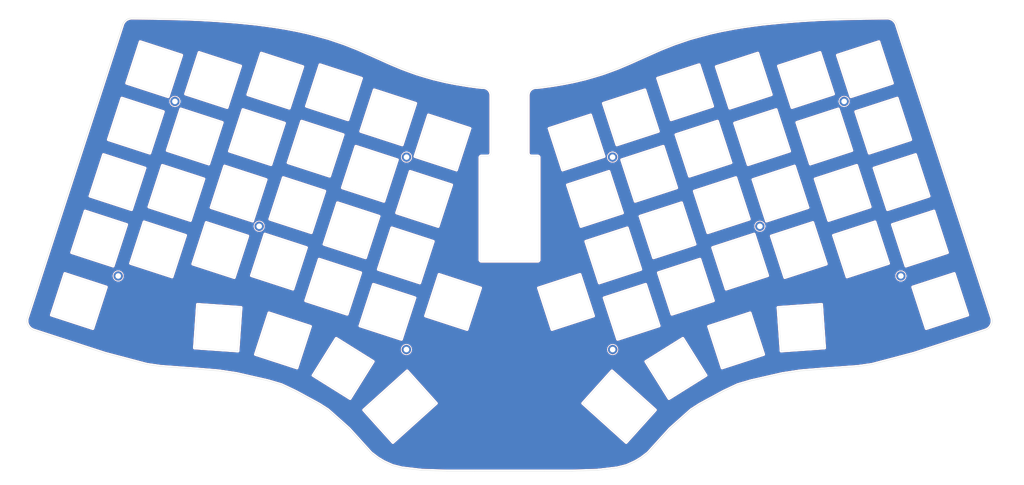
<source format=kicad_pcb>
(kicad_pcb (version 20211014) (generator pcbnew)
  (layers (0 "F.Cu" signal) (31 "B.Cu" signal) (34 "B.Paste" user) (35 "F.Paste" user) (36 "B.SilkS" user "B.Silkscreen") (37 "F.SilkS" user "F.Silkscreen") (38 "B.Mask" user) (39 "F.Mask" user) (44 "Edge.Cuts" user))
  (net 0 "")
  (footprint "" (layer "F.Cu") (at 276.673654 101.543586 18)
    (fp_text reference "" (at 0 0 18) (layer "F.SilkS") (effects (font (size 1.27 1.27))))
    (fp_text value "" (at 0 0 18) (layer "F.SilkS") (effects (font (size 1.27 1.27))))
    (pad "" thru_hole circle locked (at 0 0 90) (size 3 3) (drill 1.8) (layers *.Cu *.Mask "Dwgs.User") (clearance 0.3))
  )
  (footprint "" (layer "F.Cu") (at 231.43145 85.596597 18)
    (fp_text reference "" (at 0 0 18) (layer "F.SilkS") (effects (font (size 1.27 1.27))))
    (fp_text value "" (at 0 0 18) (layer "F.SilkS") (effects (font (size 1.27 1.27))))
    (pad "" thru_hole circle locked (at 0 0 90) (size 3 3) (drill 1.8) (layers *.Cu *.Mask "Dwgs.User") (clearance 0.3))
  )
  (footprint "" (layer "F.Cu") (at 184.158496 63.399594 18)
    (fp_text reference "" (at 0 0 18) (layer "F.SilkS") (effects (font (size 1.27 1.27))))
    (fp_text value "" (at 0 0 18) (layer "F.SilkS") (effects (font (size 1.27 1.27))))
    (pad "" thru_hole circle locked (at 0 0 90) (size 3 3) (drill 1.8) (layers *.Cu *.Mask "Dwgs.User") (clearance 0.3))
  )
  (footprint "" (layer "F.Cu") (at 184.191755 125.14905 18)
    (fp_text reference "" (at 0 0 18) (layer "F.SilkS") (effects (font (size 1.27 1.27))))
    (fp_text value "" (at 0 0 18) (layer "F.SilkS") (effects (font (size 1.27 1.27))))
    (pad "" thru_hole circle locked (at 0 0 90) (size 3 3) (drill 1.8) (layers *.Cu *.Mask "Dwgs.User") (clearance 0.3))
  )
  (footprint "" (layer "F.Cu") (at 258.47371 45.529926 18)
    (fp_text reference "" (at 0 0 18) (layer "F.SilkS") (effects (font (size 1.27 1.27))))
    (fp_text value "" (at 0 0 18) (layer "F.SilkS") (effects (font (size 1.27 1.27))))
    (pad "" thru_hole circle locked (at 0 0 90) (size 3 3) (drill 1.8) (layers *.Cu *.Mask "Dwgs.User") (clearance 0.3))
  )
  (footprint "" (layer "B.Cu") (at 70.764722 85.596597 162)
    (fp_text reference "" (at 0 0 162) (layer "B.SilkS") (effects (font (size 1.27 1.27)) (justify mirror)))
    (fp_text value "" (at 0 0 162) (layer "B.SilkS") (effects (font (size 1.27 1.27)) (justify mirror)))
    (pad "" thru_hole circle locked (at 0 0 90) (size 3 3) (drill 1.8) (layers *.Cu *.Mask "Dwgs.User") (clearance 0.3))
  )
  (footprint "" (layer "B.Cu") (at 118.004417 125.14905 162)
    (fp_text reference "" (at 0 0 162) (layer "B.SilkS") (effects (font (size 1.27 1.27)) (justify mirror)))
    (fp_text value "" (at 0 0 162) (layer "B.SilkS") (effects (font (size 1.27 1.27)) (justify mirror)))
    (pad "" thru_hole circle locked (at 0 0 90) (size 3 3) (drill 1.8) (layers *.Cu *.Mask "Dwgs.User") (clearance 0.3))
  )
  (footprint "" (layer "B.Cu") (at 43.722462 45.529926 162)
    (fp_text reference "" (at 0 0 162) (layer "B.SilkS") (effects (font (size 1.27 1.27)) (justify mirror)))
    (fp_text value "" (at 0 0 162) (layer "B.SilkS") (effects (font (size 1.27 1.27)) (justify mirror)))
    (pad "" thru_hole circle locked (at 0 0 90) (size 3 3) (drill 1.8) (layers *.Cu *.Mask "Dwgs.User") (clearance 0.3))
  )
  (footprint "" (layer "B.Cu") (at 118.037676 63.399594 162)
    (fp_text reference "" (at 0 0 162) (layer "B.SilkS") (effects (font (size 1.27 1.27)) (justify mirror)))
    (fp_text value "" (at 0 0 162) (layer "B.SilkS") (effects (font (size 1.27 1.27)) (justify mirror)))
    (pad "" thru_hole circle locked (at 0 0 90) (size 3 3) (drill 1.8) (layers *.Cu *.Mask "Dwgs.User") (clearance 0.3))
  )
  (footprint "" (layer "B.Cu") (at 25.522518 101.543586 162)
    (fp_text reference "" (at 0 0 162) (layer "B.SilkS") (effects (font (size 1.27 1.27)) (justify mirror)))
    (fp_text value "" (at 0 0 162) (layer "B.SilkS") (effects (font (size 1.27 1.27)) (justify mirror)))
    (pad "" thru_hole circle locked (at 0 0 90) (size 3 3) (drill 1.8) (layers *.Cu *.Mask "Dwgs.User") (clearance 0.3))
  )
  (gr_line (start 69.566346 126.712533) (end 82.881137 131.038772) (layer "Edge.Cuts") (width 0.05))
  (gr_line (start 209.345503 144.498694) (end 212.190288 142.669898) (layer "Edge.Cuts") (width 0.099999))
  (gr_line (start 103.096389 117.550043) (end 116.41118 121.876282) (layer "Edge.Cuts") (width 0.05))
  (gr_line (start 224.306103 136.421502) (end 228.624707 135.154153) (layer "Edge.Cuts") (width 0.099999))
  (gr_line (start 204.05419 27.075203) (end 209.074936 25.366074) (layer "Edge.Cuts") (width 0.099999))
  (gr_line (start 47.149429 43.153876) (end 60.46422 47.480115) (layer "Edge.Cuts") (width 0.05))
  (gr_line (start 53.016909 70.400577) (end 39.702117 66.074337) (layer "Edge.Cuts") (width 0.05))
  (gr_line (start 197.30791 95.698262) (end 210.622701 91.372023) (layer "Edge.Cuts") (width 0.05))
  (gr_line (start 103.327727 100.501095) (end 90.012935 96.174855) (layer "Edge.Cuts") (width 0.05))
  (gr_line (start 3.193852 120.47113) (end 21.311479 126.357906) (layer "Edge.Cuts") (width 0.1))
  (gr_line (start 51.279985 19.256758) (end 57.240316 19.602394) (layer "Edge.Cuts") (width 0.099999))
  (gr_line (start 185.619154 163.129621) (end 179.28575 163.87946) (layer "Edge.Cuts") (width 0.1))
  (gr_line (start 28.227609 85.047109) (end 14.912817 80.720869) (layer "Edge.Cuts") (width 0.05))
  (gr_line (start 232.668396 20.688384) (end 238.873249 20.079605) (layer "Edge.Cuts") (width 0.099999))
  (gr_line (start 158.098086 63.059413) (end 160.098086 63.059413) (layer "Edge.Cuts") (width 0.05))
  (gr_line (start 100.271604 27.915804) (end 102.401228 28.756408) (layer "Edge.Cuts") (width 0.099999))
  (gr_line (start 39.194894 130.556813) (end 46.774891 131.116812) (layer "Edge.Cuts") (width 0.1))
  (gr_line (start 145.098086 43.559413) (end 145.098086 62.059413) (layer "Edge.Cuts") (width 0.05))
  (gr_line (start 42.8039 101.832994) (end 47.130137 88.518202) (layer "Edge.Cuts") (width 0.05))
  (gr_line (start 118.245083 131.999653) (end 127.612911 142.403681) (layer "Edge.Cuts") (width 0.05))
  (gr_line (start 197.894344 144.554214) (end 188.526516 154.958242) (layer "Edge.Cuts") (width 0.05))
  (gr_line (start 17.384451 118.411355) (end 21.710688 105.096563) (layer "Edge.Cuts") (width 0.05))
  (gr_line (start 273.138746 18.896265) (end 273.545147 19.048669) (layer "Edge.Cuts") (width 0.099999))
  (gr_line (start 115.101274 64.26584) (end 101.786482 59.9396) (layer "Edge.Cuts") (width 0.05))
  (gr_line (start 229.594452 88.113966) (end 216.27966 92.440206) (layer "Edge.Cuts") (width 0.05))
  (gr_arc (start 160.098086 63.059413) (mid 160.451639 63.20586) (end 160.598086 63.559413) (layer "Edge.Cuts") (width 0.05))
  (gr_line (start 40.001156 48.811854) (end 26.686364 44.485614) (layer "Edge.Cuts") (width 0.05))
  (gr_line (start 237.262013 111.649132) (end 251.22791 110.672541) (layer "Edge.Cuts") (width 0.05))
  (gr_line (start 34.114381 66.929484) (end 20.799589 62.603244) (layer "Edge.Cuts") (width 0.05))
  (gr_line (start 77.890069 136.421502) (end 82.46209 138.580498) (layer "Edge.Cuts") (width 0.099999))
  (gr_line (start 27.177849 20.369465) (end 27.381004 20.064663) (layer "Edge.Cuts") (width 0.099999))
  (gr_line (start 206.714171 121.574728) (end 214.133041 133.447402) (layer "Edge.Cuts") (width 0.05))
  (gr_line (start 191.308769 161.17383) (end 193.288505 160.003494) (layer "Edge.Cuts") (width 0.099999))
  (gr_line (start 188.886775 86.117625) (end 175.571983 90.443865) (layer "Edge.Cuts") (width 0.05))
  (gr_line (start 14.912817 80.720869) (end 10.586581 94.035662) (layer "Edge.Cuts") (width 0.05))
  (gr_line (start 57.240316 19.602394) (end 63.322923 20.079605) (layer "Edge.Cuts") (width 0.099999))
  (gr_line (start 256.754244 19.042683) (end 264.88143 18.871757) (layer "Edge.Cuts") (width 0.099999))
  (gr_line (start 53.777681 84.401307) (end 49.451445 97.7161) (layer "Edge.Cuts") (width 0.05))
  (gr_line (start 244.955856 19.602394) (end 250.916187 19.256758) (layer "Edge.Cuts") (width 0.099999))
  (gr_line (start 198.868445 100.501095) (end 203.194682 113.815887) (layer "Edge.Cuts") (width 0.05))
  (gr_line (start 45.441928 19.042683) (end 51.279985 19.256758) (layer "Edge.Cuts") (width 0.099999))
  (gr_line (start 298.126512 114.085116) (end 293.800276 100.770323) (layer "Edge.Cuts") (width 0.05))
  (gr_line (start 90.012935 96.174855) (end 85.686699 109.489648) (layer "Edge.Cuts") (width 0.05))
  (gr_line (start 232.629826 126.712533) (end 228.30359 113.39774) (layer "Edge.Cuts") (width 0.05))
  (gr_line (start 236.644944 48.166052) (end 223.330152 52.492292) (layer "Edge.Cuts") (width 0.05))
  (gr_line (start 204.506113 56.204951) (end 208.83235 69.519743) (layer "Edge.Cuts") (width 0.05))
  (gr_line (start 80.049031 65.193504) (end 93.363822 69.519743) (layer "Edge.Cuts") (width 0.05))
  (gr_line (start 168.124672 67.523403) (end 181.439463 63.197164) (layer "Edge.Cuts") (width 0.05))
  (gr_line (start 22.360128 57.800407) (end 35.674919 62.126646) (layer "Edge.Cuts") (width 0.05))
  (gr_line (start 169.685208 72.326235) (end 174.011445 85.641027) (layer "Edge.Cuts") (width 0.05))
  (gr_line (start 230.758171 30.048428) (end 217.443379 34.374668) (layer "Edge.Cuts") (width 0.05))
  (gr_line (start 108.907667 160.003494) (end 110.887403 161.17383) (layer "Edge.Cuts") (width 0.099999))
  (gr_line (start 21.311479 126.357906) (end 34.77348 129.913905) (layer "Edge.Cuts") (width 0.1))
  (gr_line (start 93.363822 69.519743) (end 97.690059 56.204951) (layer "Edge.Cuts") (width 0.05))
  (gr_line (start 249.179263 70.400577) (end 253.5055 83.715369) (layer "Edge.Cuts") (width 0.05))
  (gr_line (start 216.260368 47.07588) (end 211.934132 33.761087) (layer "Edge.Cuts") (width 0.05))
  (gr_line (start 99.250595 51.402119) (end 103.576832 38.087327) (layer "Edge.Cuts") (width 0.05))
  (gr_line (start 273.968563 85.047109) (end 278.2948 98.361901) (layer "Edge.Cuts") (width 0.05))
  (gr_line (start 262.494055 66.074337) (end 249.179263 70.400577) (layer "Edge.Cuts") (width 0.05))
  (gr_line (start 227.656389 65.807084) (end 240.97118 61.480845) (layer "Edge.Cuts") (width 0.05))
  (gr_line (start 243.292488 52.282947) (end 247.618725 65.597739) (layer "Edge.Cuts") (width 0.05))
  (gr_line (start 85.686699 109.489648) (end 99.00149 113.815887) (layer "Edge.Cuts") (width 0.05))
  (gr_line (start 178.50798 37.416251) (end 180.896085 36.693261) (layer "Edge.Cuts") (width 0.099999))
  (gr_line (start 78.86602 52.492292) (end 65.551228 48.166052) (layer "Edge.Cuts") (width 0.05))
  (gr_line (start 255.066035 88.518202) (end 259.392272 101.832994) (layer "Edge.Cuts") (width 0.05))
  (gr_line (start 189.541511 33.326198) (end 193.542278 31.527389) (layer "Edge.Cuts") (width 0.099999))
  (gr_line (start 229.216927 70.609922) (end 233.543164 83.924714) (layer "Edge.Cuts") (width 0.05))
  (gr_line (start 238.238604 125.615029) (end 237.262013 111.649132) (layer "Edge.Cuts") (width 0.05))
  (gr_line (start 183 67.999995) (end 169.685208 72.326235) (layer "Edge.Cuts") (width 0.05))
  (gr_line (start 222.147141 65.193504) (end 217.820905 51.878711) (layer "Edge.Cuts") (width 0.05))
  (gr_line (start 260.63448 44.009022) (end 273.949271 39.682783) (layer "Edge.Cuts") (width 0.05))
  (gr_line (start 72.60172 88.113966) (end 68.275484 101.428759) (layer "Edge.Cuts") (width 0.05))
  (gr_line (start 259.392272 101.832994) (end 272.707063 97.506755) (layer "Edge.Cuts") (width 0.05))
  (gr_line (start 59.664453 66.283682) (end 55.338217 79.598475) (layer "Edge.Cuts") (width 0.05))
  (gr_line (start 273.951552 19.251863) (end 274.307174 19.505863) (layer "Edge.Cuts") (width 0.099999))
  (gr_line (start 229.885576 21.044598) (end 232.668396 20.688384) (layer "Edge.Cuts") (width 0.099999))
  (gr_line (start 39.702117 66.074337) (end 35.375881 79.38913) (layer "Edge.Cuts") (width 0.05))
  (gr_line (start 124.157402 114.378004) (end 137.472193 118.704243) (layer "Edge.Cuts") (width 0.05))
  (gr_line (start 113.529006 162.36763) (end 116.577018 163.129621) (layer "Edge.Cuts") (width 0.099999))
  (gr_line (start 79.009172 22.052735) (end 83.174068 22.840879) (layer "Edge.Cuts") (width 0.099999))
  (gr_line (start 107.422625 104.23525) (end 103.096389 117.550043) (layer "Edge.Cuts") (width 0.05))
  (gr_line (start 183.951089 131.999653) (end 197.894344 144.554214) (layer "Edge.Cuts") (width 0.05))
  (gr_line (start 63.322923 20.079605) (end 69.527776 20.688384) (layer "Edge.Cuts") (width 0.099999))
  (gr_line (start 137.472193 118.704243) (end 141.79843 105.389451) (layer "Edge.Cuts") (width 0.05))
  (gr_line (start 284.811721 118.411355) (end 298.126512 114.085116) (layer "Edge.Cuts") (width 0.05))
  (gr_line (start 299.00232 120.47113) (end 303.729643 118.935131) (layer "Edge.Cuts") (width 0.1))
  (gr_line (start 29.489109 97.506755) (end 42.8039 101.832994) (layer "Edge.Cuts") (width 0.05))
  (gr_line (start 193.213011 99.432418) (end 188.886775 86.117625) (layer "Edge.Cuts") (width 0.05))
  (gr_line (start 162.267749 164.133461) (end 151.098086 164.133462) (layer "Edge.Cuts") (width 0.1))
  (gr_line (start 252.246108 131.341498) (end 244.499278 131.978813) (layer "Edge.Cuts") (width 0.099999))
  (gr_line (start 179.89822 103.758657) (end 193.213011 99.432418) (layer "Edge.Cuts") (width 0.05))
  (gr_line (start 272.707063 97.506755) (end 268.380827 84.191962) (layer "Edge.Cuts") (width 0.05))
  (gr_line (start 27.381004 20.064663) (end 27.635033 19.759869) (layer "Edge.Cuts") (width 0.099999))
  (gr_line (start 21.710688 105.096563) (end 8.395896 100.770323) (layer "Edge.Cuts") (width 0.05))
  (gr_line (start 133.639999 39.814535) (end 137.555736 40.466463) (layer "Edge.Cuts") (width 0.099999))
  (gr_line (start 55.338217 79.598475) (end 68.653008 83.924714) (layer "Edge.Cuts") (width 0.05))
  (gr_line (start 238.657086 132.865501) (end 228.624707 135.154153) (layer "Edge.Cuts") (width 0.099999))
  (gr_line (start 35.674919 62.126646) (end 40.001156 48.811854) (layer "Edge.Cuts") (width 0.05))
  (gr_line (start 75.977177 21.5603) (end 79.009172 22.052735) (layer "Edge.Cuts") (width 0.099999))
  (gr_line (start 263.001278 130.556813) (end 267.422692 129.913905) (layer "Edge.Cuts") (width 0.1))
  (gr_line (start 68.275484 101.428759) (end 81.590275 105.754998) (layer "Edge.Cuts") (width 0.05))
  (gr_line (start 198.849153 55.136769) (end 194.522917 41.821976) (layer "Edge.Cuts") (width 0.05))
  (gr_arc (start 160.598086 96.309413) (mid 160.451639 96.662966) (end 160.098086 96.809413) (layer "Edge.Cuts") (width 0.05))
  (gr_line (start 157.098086 62.059413) (end 157.098086 43.559413) (layer "Edge.Cuts") (width 0.05))
  (gr_line (start 113.669656 154.958242) (end 104.301828 144.554214) (layer "Edge.Cuts") (width 0.05))
  (gr_line (start 32.360382 18.817178) (end 37.314742 18.871757) (layer "Edge.Cuts") (width 0.099999))
  (gr_line (start 80.426556 47.68946) (end 84.752793 34.374668) (layer "Edge.Cuts") (width 0.05))
  (gr_line (start 74.539783 65.807084) (end 78.86602 52.492292) (layer "Edge.Cuts") (width 0.05))
  (gr_line (start 226.218995 21.5603) (end 229.885576 21.044598) (layer "Edge.Cuts") (width 0.099999))
  (gr_line (start 281.396583 62.603244) (end 268.081791 66.929484) (layer "Edge.Cuts") (width 0.05))
  (gr_line (start 214.988798 117.72398) (end 219.315035 131.038772) (layer "Edge.Cuts") (width 0.05))
  (gr_line (start 202.589078 150.518485) (end 205.637096 147.800696) (layer "Edge.Cuts") (width 0.099999))
  (gr_line (start 237.405715 34.165323) (end 241.731952 47.480115) (layer "Edge.Cuts") (width 0.05))
  (gr_line (start 20.799589 62.603244) (end 16.473353 75.918037) (layer "Edge.Cuts") (width 0.05))
  (gr_line (start 103.576832 38.087327) (end 90.26204 33.761087) (layer "Edge.Cuts") (width 0.05))
  (gr_line (start 93.121236 25.366074) (end 98.141982 27.075203) (layer "Edge.Cuts") (width 0.099999))
  (gr_line (start 86.577512 23.601103) (end 89.346372 24.338059) (layer "Edge.Cuts") (width 0.099999))
  (gr_line (start 114.869936 81.314788) (end 128.184727 85.641027) (layer "Edge.Cuts") (width 0.05))
  (gr_line (start 185.784992 121.876282) (end 199.099783 117.550043) (layer "Edge.Cuts") (width 0.05))
  (gr_line (start 298.717855 93.14477) (end 305.801121 114.944822) (layer "Edge.Cuts") (width 0.1))
  (gr_line (start 175.571983 90.443865) (end 179.89822 103.758657) (layer "Edge.Cuts") (width 0.05))
  (gr_line (start 216.27966 92.440206) (end 220.605897 105.754998) (layer "Edge.Cuts") (width 0.05))
  (gr_line (start 253.5055 83.715369) (end 266.820291 79.38913) (layer "Edge.Cuts") (width 0.05))
  (gr_line (start 193.288505 160.003494) (end 195.525152 158.303622) (layer "Edge.Cuts") (width 0.099999))
  (gr_line (start 87.477047 87.637373) (end 91.803284 74.322581) (layer "Edge.Cuts") (width 0.05))
  (gr_line (start 246.857955 79.598475) (end 242.531719 66.283682) (layer "Edge.Cuts") (width 0.05))
  (gr_line (start 120.988047 46.148216) (end 107.673255 41.821976) (layer "Edge.Cuts") (width 0.05))
  (gr_line (start 188.667166 162.36763) (end 191.308769 161.17383) (layer "Edge.Cuts") (width 0.099999))
  (gr_line (start 173.712534 101.063211) (end 160.397742 105.389451) (layer "Edge.Cuts") (width 0.05))
  (gr_line (start 108.653894 31.527389) (end 112.654661 33.326198) (layer "Edge.Cuts") (width 0.099999))
  (gr_line (start 32.573137 26.36799) (end 28.246901 39.682783) (layer "Edge.Cuts") (width 0.05))
  (gr_arc (start 142.098086 96.809413) (mid 141.744533 96.662966) (end 141.598086 96.309413) (layer "Edge.Cuts") (width 0.05))
  (gr_line (start 72.979245 70.609922) (end 59.664453 66.283682) (layer "Edge.Cuts") (width 0.05))
  (gr_line (start 293.800276 100.770323) (end 280.485484 105.096563) (layer "Edge.Cuts") (width 0.05))
  (gr_line (start 139.928423 164.133461) (end 131.038425 164.133462) (layer "Edge.Cuts") (width 0.1))
  (gr_line (start 128.184727 85.641027) (end 132.510964 72.326235) (layer "Edge.Cuts") (width 0.05))
  (gr_line (start 141.349229 40.986817) (end 142.598086 41.059413) (layer "Edge.Cuts") (width 0.099999))
  (gr_line (start 188.526516 154.958242) (end 174.583261 142.403681) (layer "Edge.Cuts") (width 0.05))
  (gr_line (start 274.561139 19.759869) (end 274.815168 20.064663) (layer "Edge.Cuts") (width 0.099999))
  (gr_line (start 217.820905 51.878711) (end 204.506113 56.204951) (layer "Edge.Cuts") (width 0.05))
  (gr_line (start 274.815168 20.064663) (end 275.018323 20.369465) (layer "Edge.Cuts") (width 0.099999))
  (gr_line (start 84.375267 51.878711) (end 80.049031 65.193504) (layer "Edge.Cuts") (width 0.05))
  (gr_line (start 103.347019 55.136769) (end 116.66181 59.463008) (layer "Edge.Cuts") (width 0.05))
  (gr_line (start 197.29387 29.864799) (end 199.794944 28.756408) (layer "Edge.Cuts") (width 0.099999))
  (gr_line (start -1.533471 118.935131) (end 3.193852 120.47113) (layer "Edge.Cuts") (width 0.1))
  (gr_line (start 223.187 22.052735) (end 226.218995 21.5603) (layer "Edge.Cuts") (width 0.099999))
  (gr_line (start 107.673255 41.821976) (end 103.347019 55.136769) (layer "Edge.Cuts") (width 0.05))
  (gr_line (start 264.88143 18.871757) (end 269.83579 18.817178) (layer "Edge.Cuts") (width 0.099999))
  (gr_arc (start 305.801121 114.944822) (mid 305.602753 117.374678) (end 303.729643 118.935131) (layer "Edge.Cuts") (width 0.1))
  (gr_line (start 187.326236 81.314788) (end 183 67.999995) (layer "Edge.Cuts") (width 0.05))
  (gr_line (start 268.081791 66.929484) (end 272.408028 80.244276) (layer "Edge.Cuts") (width 0.05))
  (gr_line (start 88.063131 133.447402) (end 95.482001 121.574728) (layer "Edge.Cuts") (width 0.05))
  (gr_line (start 61.224992 61.480845) (end 74.539783 65.807084) (layer "Edge.Cuts") (width 0.05))
  (gr_line (start 210.392888 74.322581) (end 214.719125 87.637373) (layer "Edge.Cuts") (width 0.05))
  (gr_line (start 64.934159 111.649132) (end 63.957568 125.615029) (layer "Edge.Cuts") (width 0.05))
  (gr_line (start 179.28575 163.87946) (end 171.157747 164.133462) (layer "Edge.Cuts") (width 0.1))
  (gr_line (start 45.588892 47.956707) (end 41.262656 61.2715) (layer "Edge.Cuts") (width 0.05))
  (gr_line (start 202.589078 150.518485) (end 195.525152 158.303622) (layer "Edge.Cuts") (width 0.1))
  (gr_line (start 202.260367 140.866272) (end 194.841497 128.993598) (layer "Edge.Cuts") (width 0.05))
  (gr_line (start 74.162256 83.311134) (end 87.477047 87.637373) (layer "Edge.Cuts") (width 0.05))
  (gr_line (start 130.485742 39.190532) (end 133.639999 39.814535) (layer "Edge.Cuts") (width 0.099999))
  (gr_line (start 27.888998 19.505863) (end 28.24462 19.251863) (layer "Edge.Cuts") (width 0.099999))
  (gr_line (start 239.429936 102.042339) (end 252.744727 97.7161) (layer "Edge.Cuts") (width 0.05))
  (gr_line (start 60.46422 47.480115) (end 64.790457 34.165323) (layer "Edge.Cuts") (width 0.05))
  (gr_line (start 10.586581 94.035662) (end 23.901372 98.361901) (layer "Edge.Cuts") (width 0.05))
  (gr_line (start 280.485484 105.096563) (end 284.811721 118.411355) (layer "Edge.Cuts") (width 0.05))
  (gr_line (start 90.005884 142.669898) (end 82.46209 138.580498) (layer "Edge.Cuts") (width 0.099999))
  (gr_line (start 16.473353 75.918037) (end 29.788144 80.244276) (layer "Edge.Cuts") (width 0.05))
  (gr_line (start 168.556173 39.814535) (end 171.71043 39.190532) (layer "Edge.Cuts") (width 0.099999))
  (gr_line (start 28.24462 19.251863) (end 28.651025 19.048669) (layer "Edge.Cuts") (width 0.099999))
  (gr_line (start 205.637096 147.800696) (end 209.345503 144.498694) (layer "Edge.Cuts") (width 0.099999))
  (gr_line (start 49.451445 97.7161) (end 62.766236 102.042339) (layer "Edge.Cuts") (width 0.05))
  (gr_line (start 48.690672 83.715369) (end 53.016909 70.400577) (layer "Edge.Cuts") (width 0.05))
  (gr_line (start 106.67102 158.303622) (end 108.907667 160.003494) (layer "Edge.Cuts") (width 0.099999))
  (gr_line (start 123.688192 37.416251) (end 126.706227 38.28943) (layer "Edge.Cuts") (width 0.099999))
  (gr_line (start 210.622701 91.372023) (end 206.296465 78.05723) (layer "Edge.Cuts") (width 0.05))
  (gr_line (start 212.8498 24.338059) (end 215.61866 23.601103) (layer "Edge.Cuts") (width 0.099999))
  (gr_line (start 275.509808 44.485614) (end 262.195016 48.811854) (layer "Edge.Cuts") (width 0.05))
  (gr_line (start 23.901372 98.361901) (end 28.227609 85.047109) (layer "Edge.Cuts") (width 0.05))
  (gr_line (start 29.057426 18.896265) (end 29.667015 18.794663) (layer "Edge.Cuts") (width 0.099999))
  (gr_line (start 160.598086 63.559413) (end 160.598086 96.309413) (layer "Edge.Cuts") (width 0.05))
  (gr_line (start 275.018323 20.369465) (end 275.170759 20.674264) (layer "Edge.Cuts") (width 0.099999))
  (gr_arc (start 141.598086 63.559413) (mid 141.744533 63.20586) (end 142.098086 63.059413) (layer "Edge.Cuts") (width 0.05))
  (gr_line (start 141.79843 105.389451) (end 128.483638 101.063211) (layer "Edge.Cuts") (width 0.05))
  (gr_line (start 199.794944 28.756408) (end 201.924568 27.915804) (layer "Edge.Cuts") (width 0.099999))
  (gr_line (start 223.330152 52.492292) (end 227.656389 65.807084) (layer "Edge.Cuts") (width 0.05))
  (gr_line (start 89.346372 24.338059) (end 93.121236 25.366074) (layer "Edge.Cuts") (width 0.099999))
  (gr_arc (start -1.533471 118.935131) (mid -3.406581 117.374678) (end -3.604949 114.944822) (layer "Edge.Cuts") (width 0.1))
  (gr_line (start 82.881137 131.038772) (end 87.207374 117.72398) (layer "Edge.Cuts") (width 0.05))
  (gr_line (start 134.0715 67.523403) (end 138.397737 54.208611) (layer "Edge.Cuts") (width 0.05))
  (gr_line (start 8.395896 100.770323) (end 4.06966 114.085116) (layer "Edge.Cuts") (width 0.05))
  (gr_line (start 235.103699 88.727547) (end 239.429936 102.042339) (layer "Edge.Cuts") (width 0.05))
  (gr_line (start 90.26204 33.761087) (end 85.935804 47.07588) (layer "Edge.Cuts") (width 0.05))
  (gr_line (start 110.775037 77.580632) (end 115.101274 64.26584) (layer "Edge.Cuts") (width 0.05))
  (gr_line (start 122.910422 163.87946) (end 116.577018 163.129621) (layer "Edge.Cuts") (width 0.1))
  (gr_line (start 202.945577 51.402119) (end 216.260368 47.07588) (layer "Edge.Cuts") (width 0.05))
  (gr_line (start 219.022104 22.840879) (end 223.187 22.052735) (layer "Edge.Cuts") (width 0.099999))
  (gr_line (start 99.935805 140.866272) (end 88.063131 133.447402) (layer "Edge.Cuts") (width 0.05))
  (gr_line (start 71.438001 30.048428) (end 67.111765 43.363221) (layer "Edge.Cuts") (width 0.05))
  (gr_line (start 221.769616 47.68946) (end 235.084407 43.363221) (layer "Edge.Cuts") (width 0.05))
  (gr_line (start 90.005884 142.669898) (end 92.850669 144.498694) (layer "Edge.Cuts") (width 0.099999))
  (gr_line (start 119.196172 67.999995) (end 114.869936 81.314788) (layer "Edge.Cuts") (width 0.05))
  (gr_line (start 33.815345 84.191962) (end 29.489109 97.506755) (layer "Edge.Cuts") (width 0.05))
  (gr_line (start 84.752793 34.374668) (end 71.438001 30.048428) (layer "Edge.Cuts") (width 0.05))
  (gr_line (start 91.803284 74.322581) (end 78.488492 69.996341) (layer "Edge.Cuts") (width 0.05))
  (gr_arc (start 142.598086 41.059413) (mid 144.365853 41.791646) (end 145.098086 43.559413) (layer "Edge.Cuts") (width 0.05))
  (gr_line (start 252.744727 97.7161) (end 248.418491 84.401307) (layer "Edge.Cuts") (width 0.05))
  (gr_line (start 28.651025 19.048669) (end 29.057426 18.896265) (layer "Edge.Cuts") (width 0.099999))
  (gr_line (start 58.903684 52.282947) (end 45.588892 47.956707) (layer "Edge.Cuts") (width 0.05))
  (gr_line (start 235.084407 43.363221) (end 230.758171 30.048428) (layer "Edge.Cuts") (width 0.05))
  (gr_line (start 262.195016 48.811854) (end 266.521253 62.126646) (layer "Edge.Cuts") (width 0.05))
  (gr_line (start 273.545147 19.048669) (end 273.951552 19.251863) (layer "Edge.Cuts") (width 0.099999))
  (gr_line (start 73.571465 135.154153) (end 63.539086 132.865501) (layer "Edge.Cuts") (width 0.099999))
  (gr_line (start 223.70768 69.996341) (end 210.392888 74.322581) (layer "Edge.Cuts") (width 0.05))
  (gr_line (start 272.408028 80.244276) (end 285.722819 75.918037) (layer "Edge.Cuts") (width 0.05))
  (gr_line (start 163.798435 54.208611) (end 168.124672 67.523403) (layer "Edge.Cuts") (width 0.05))
  (gr_line (start 177.113227 49.882371) (end 163.798435 54.208611) (layer "Edge.Cuts") (width 0.05))
  (gr_line (start 28.246901 39.682783) (end 41.561692 44.009022) (layer "Edge.Cuts") (width 0.05))
  (gr_line (start 125.082945 49.882371) (end 120.756709 63.197164) (layer "Edge.Cuts") (width 0.05))
  (gr_line (start 29.667015 18.794663) (end 32.360382 18.817178) (layer "Edge.Cuts") (width 0.099999))
  (gr_line (start 203.194682 113.815887) (end 216.509473 109.489648) (layer "Edge.Cuts") (width 0.05))
  (gr_line (start 116.41118 121.876282) (end 120.737417 108.56149) (layer "Edge.Cuts") (width 0.05))
  (gr_line (start 63.957568 125.615029) (end 49.991671 124.638438) (layer "Edge.Cuts") (width 0.05))
  (gr_line (start 242.531719 66.283682) (end 229.216927 70.609922) (layer "Edge.Cuts") (width 0.05))
  (gr_line (start 194.773547 104.23525) (end 181.458755 108.56149) (layer "Edge.Cuts") (width 0.05))
  (gr_line (start 104.301828 144.554214) (end 118.245083 131.999653) (layer "Edge.Cuts") (width 0.05))
  (gr_line (start 269.83579 18.817178) (end 272.529157 18.794663) (layer "Edge.Cuts") (width 0.099999))
  (gr_line (start 78.488492 69.996341) (end 74.162256 83.311134) (layer "Edge.Cuts") (width 0.05))
  (gr_line (start 175.489945 38.28943) (end 178.50798 37.416251) (layer "Edge.Cuts") (width 0.099999))
  (gr_line (start 192.981673 82.38347) (end 197.30791 95.698262) (layer "Edge.Cuts") (width 0.05))
  (gr_line (start -3.604949 114.944822) (end 3.478317 93.14477) (layer "Edge.Cuts") (width 0.1))
  (gr_line (start 29.788144 80.244276) (end 34.114381 66.929484) (layer "Edge.Cuts") (width 0.05))
  (gr_line (start 171.71043 39.190532) (end 175.489945 38.28943) (layer "Edge.Cuts") (width 0.099999))
  (gr_line (start 64.790457 34.165323) (end 51.475665 29.839083) (layer "Edge.Cuts") (width 0.05))
  (gr_line (start 208.83235 69.519743) (end 222.147141 65.193504) (layer "Edge.Cuts") (width 0.05))
  (gr_line (start 72.310596 21.044598) (end 75.977177 21.5603) (layer "Edge.Cuts") (width 0.099999))
  (gr_line (start 112.654661 33.326198) (end 116.283996 34.857219) (layer "Edge.Cuts") (width 0.099999))
  (gr_line (start 4.06966 114.085116) (end 17.384451 118.411355) (layer "Edge.Cuts") (width 0.05))
  (gr_line (start 228.30359 113.39774) (end 214.988798 117.72398) (layer "Edge.Cuts") (width 0.05))
  (gr_line (start 185.619154 163.129621) (end 188.667166 162.36763) (layer "Edge.Cuts") (width 0.099999))
  (gr_line (start 97.690059 56.204951) (end 84.375267 51.878711) (layer "Edge.Cuts") (width 0.05))
  (gr_line (start 178.03877 114.378004) (end 173.712534 101.063211) (layer "Edge.Cuts") (width 0.05))
  (gr_line (start 65.551228 48.166052) (end 61.224992 61.480845) (layer "Edge.Cuts") (width 0.05))
  (gr_line (start 95.899707 78.05723) (end 91.573471 91.372023) (layer "Edge.Cuts") (width 0.05))
  (gr_line (start 101.786482 59.9396) (end 97.460246 73.254393) (layer "Edge.Cuts") (width 0.05))
  (gr_line (start 219.734082 138.580498) (end 224.306103 136.421502) (layer "Edge.Cuts") (width 0.099999))
  (gr_line (start 41.262656 61.2715) (end 54.577447 65.597739) (layer "Edge.Cuts") (width 0.05))
  (gr_line (start 27.635033 19.759869) (end 27.888998 19.505863) (layer "Edge.Cuts") (width 0.099999))
  (gr_line (start 204.735926 73.254393) (end 200.40969 59.9396) (layer "Edge.Cuts") (width 0.05))
  (gr_arc (start 157.098086 43.559413) (mid 157.830319 41.791646) (end 159.598086 41.059413) (layer "Edge.Cuts") (width 0.05))
  (gr_line (start 108.983161 99.432418) (end 122.297952 103.758657) (layer "Edge.Cuts") (width 0.05))
  (gr_line (start 275.170759 20.674264) (end 298.717855 93.14477) (layer "Edge.Cuts") (width 0.1))
  (gr_line (start 3.478317 93.14477) (end 27.025413 20.674264) (layer "Edge.Cuts") (width 0.1))
  (gr_line (start 269.623035 26.36799) (end 256.308243 30.69423) (layer "Edge.Cuts") (width 0.05))
  (gr_line (start 260.933516 61.2715) (end 256.60728 47.956707) (layer "Edge.Cuts") (width 0.05))
  (gr_line (start 128.483638 101.063211) (end 124.157402 114.378004) (layer "Edge.Cuts") (width 0.05))
  (gr_line (start 151.098086 164.133462) (end 139.928423 164.133461) (layer "Edge.Cuts") (width 0.1))
  (gr_line (start 233.543164 83.924714) (end 246.857955 79.598475) (layer "Edge.Cuts") (width 0.05))
  (gr_line (start 122.297952 103.758657) (end 126.624189 90.443865) (layer "Edge.Cuts") (width 0.05))
  (gr_line (start 214.133041 133.447402) (end 202.260367 140.866272) (layer "Edge.Cuts") (width 0.05))
  (gr_line (start 247.618725 65.597739) (end 260.933516 61.2715) (layer "Edge.Cuts") (width 0.05))
  (gr_line (start 187.094898 64.26584) (end 191.421135 77.580632) (layer "Edge.Cuts") (width 0.05))
  (gr_line (start 255.046743 43.153876) (end 250.720507 29.839083) (layer "Edge.Cuts") (width 0.05))
  (gr_line (start 120.756709 63.197164) (end 134.0715 67.523403) (layer "Edge.Cuts") (width 0.05))
  (gr_line (start 54.577447 65.597739) (end 58.903684 52.282947) (layer "Edge.Cuts") (width 0.05))
  (gr_line (start 209.074936 25.366074) (end 212.8498 24.338059) (layer "Edge.Cuts") (width 0.099999))
  (gr_line (start 266.521253 62.126646) (end 279.836044 57.800407) (layer "Edge.Cuts") (width 0.05))
  (gr_line (start 87.207374 117.72398) (end 73.892582 113.39774) (layer "Edge.Cuts") (width 0.05))
  (gr_line (start 256.308243 30.69423) (end 260.63448 44.009022) (layer "Edge.Cuts") (width 0.05))
  (gr_line (start 220.605897 105.754998) (end 233.920688 101.428759) (layer "Edge.Cuts") (width 0.05))
  (gr_line (start 137.555736 40.466463) (end 141.349229 40.986817) (layer "Edge.Cuts") (width 0.099999))
  (gr_line (start 34.77348 129.913905) (end 39.194894 130.556813) (layer "Edge.Cuts") (width 0.1))
  (gr_line (start 255.421281 131.116812) (end 263.001278 130.556813) (layer "Edge.Cuts") (width 0.1))
  (gr_line (start 250.916187 19.256758) (end 256.754244 19.042683) (layer "Edge.Cuts") (width 0.099999))
  (gr_line (start 160.397742 105.389451) (end 164.723979 118.704243) (layer "Edge.Cuts") (width 0.05))
  (gr_line (start 109.214499 82.38347) (end 95.899707 78.05723) (layer "Edge.Cuts") (width 0.05))
  (gr_line (start 47.130137 88.518202) (end 33.815345 84.191962) (layer "Edge.Cuts") (width 0.05))
  (gr_line (start 180.896085 36.693261) (end 183.655623 35.702472) (layer "Edge.Cuts") (width 0.099999))
  (gr_line (start 291.609591 94.035662) (end 287.283355 80.720869) (layer "Edge.Cuts") (width 0.05))
  (gr_line (start 199.099783 117.550043) (end 194.773547 104.23525) (layer "Edge.Cuts") (width 0.05))
  (gr_line (start 106.67102 158.303622) (end 99.607094 150.518485) (layer "Edge.Cuts") (width 0.1))
  (gr_line (start 68.653008 83.924714) (end 72.979245 70.609922) (layer "Edge.Cuts") (width 0.05))
  (gr_line (start 238.873249 20.079605) (end 244.955856 19.602394) (layer "Edge.Cuts") (width 0.099999))
  (gr_line (start 160.098086 96.809413) (end 142.098086 96.809413) (layer "Edge.Cuts") (width 0.05))
  (gr_line (start 287.283355 80.720869) (end 273.968563 85.047109) (layer "Edge.Cuts") (width 0.05))
  (gr_line (start 98.141982 27.075203) (end 100.271604 27.915804) (layer "Edge.Cuts") (width 0.099999))
  (gr_line (start 211.934132 33.761087) (end 198.61934 38.087327) (layer "Edge.Cuts") (width 0.05))
  (gr_line (start 250.720507 29.839083) (end 237.405715 34.165323) (layer "Edge.Cuts") (width 0.05))
  (gr_line (start 120.737417 108.56149) (end 107.422625 104.23525) (layer "Edge.Cuts") (width 0.05))
  (gr_line (start 160.846943 40.986817) (end 164.640436 40.466463) (layer "Edge.Cuts") (width 0.099999))
  (gr_line (start 142.098086 63.059413) (end 144.098086 63.059413) (layer "Edge.Cuts") (width 0.05))
  (gr_arc (start 158.098086 63.059413) (mid 157.390979 62.76652) (end 157.098086 62.059413) (layer "Edge.Cuts") (width 0.05))
  (gr_line (start 171.157747 164.133462) (end 162.267749 164.133461) (layer "Edge.Cuts") (width 0.1))
  (gr_line (start 267.422692 129.913905) (end 280.884693 126.357906) (layer "Edge.Cuts") (width 0.1))
  (gr_line (start 278.2948 98.361901) (end 291.609591 94.035662) (layer "Edge.Cuts") (width 0.05))
  (gr_line (start 272.529157 18.794663) (end 273.138746 18.896265) (layer "Edge.Cuts") (width 0.099999))
  (gr_line (start 96.559076 147.800696) (end 99.607094 150.518485) (layer "Edge.Cuts") (width 0.099999))
  (gr_line (start 219.315035 131.038772) (end 232.629826 126.712533) (layer "Edge.Cuts") (width 0.05))
  (gr_line (start 240.97118 61.480845) (end 236.644944 48.166052) (layer "Edge.Cuts") (width 0.05))
  (gr_line (start 219.734082 138.580498) (end 212.190288 142.669898) (layer "Edge.Cuts") (width 0.099999))
  (gr_line (start 252.246108 131.341498) (end 255.421281 131.116812) (layer "Edge.Cuts") (width 0.099999))
  (gr_line (start 193.542278 31.527389) (end 197.29387 29.864799) (layer "Edge.Cuts") (width 0.099999))
  (gr_line (start 118.540549 35.702472) (end 121.300087 36.693261) (layer "Edge.Cuts") (width 0.099999))
  (gr_line (start 174.011445 85.641027) (end 187.326236 81.314788) (layer "Edge.Cuts") (width 0.05))
  (gr_line (start 99.00149 113.815887) (end 103.327727 100.501095) (layer "Edge.Cuts") (width 0.05))
  (gr_line (start 206.296465 78.05723) (end 192.981673 82.38347) (layer "Edge.Cuts") (width 0.05))
  (gr_line (start 69.527776 20.688384) (end 72.310596 21.044598) (layer "Edge.Cuts") (width 0.099999))
  (gr_line (start 51.475665 29.839083) (end 47.149429 43.153876) (layer "Edge.Cuts") (width 0.05))
  (gr_line (start 85.935804 47.07588) (end 99.250595 51.402119) (layer "Edge.Cuts") (width 0.05))
  (gr_line (start 62.766236 102.042339) (end 67.092473 88.727547) (layer "Edge.Cuts") (width 0.05))
  (gr_line (start 266.820291 79.38913) (end 262.494055 66.074337) (layer "Edge.Cuts") (width 0.05))
  (gr_line (start 37.314742 18.871757) (end 45.441928 19.042683) (layer "Edge.Cuts") (width 0.099999))
  (gr_line (start 81.590275 105.754998) (end 85.916512 92.440206) (layer "Edge.Cuts") (width 0.05))
  (gr_line (start 73.892582 113.39774) (end 69.566346 126.712533) (layer "Edge.Cuts") (width 0.05))
  (gr_line (start 26.686364 44.485614) (end 22.360128 57.800407) (layer "Edge.Cuts") (width 0.05))
  (gr_line (start 104.902302 29.864799) (end 108.653894 31.527389) (layer "Edge.Cuts") (width 0.099999))
  (gr_line (start 159.598086 41.059413) (end 160.846943 40.986817) (layer "Edge.Cuts") (width 0.099999))
  (gr_line (start 274.307174 19.505863) (end 274.561139 19.759869) (layer "Edge.Cuts") (width 0.099999))
  (gr_line (start 95.482001 121.574728) (end 107.354675 128.993598) (layer "Edge.Cuts") (width 0.05))
  (gr_line (start 35.375881 79.38913) (end 48.690672 83.715369) (layer "Edge.Cuts") (width 0.05))
  (gr_line (start 194.841497 128.993598) (end 206.714171 121.574728) (layer "Edge.Cuts") (width 0.05))
  (gr_line (start 131.038425 164.133462) (end 122.910422 163.87946) (layer "Edge.Cuts") (width 0.1))
  (gr_line (start 41.561692 44.009022) (end 45.887929 30.69423) (layer "Edge.Cuts") (width 0.05))
  (gr_line (start 27.025413 20.674264) (end 27.177849 20.369465) (layer "Edge.Cuts") (width 0.099999))
  (gr_line (start 49.991671 124.638438) (end 50.968262 110.672541) (layer "Edge.Cuts") (width 0.05))
  (gr_line (start 97.460246 73.254393) (end 110.775037 77.580632) (layer "Edge.Cuts") (width 0.05))
  (gr_line (start 181.208125 46.148216) (end 185.534362 59.463008) (layer "Edge.Cuts") (width 0.05))
  (gr_line (start 285.722819 75.918037) (end 281.396583 62.603244) (layer "Edge.Cuts") (width 0.05))
  (gr_line (start 126.624189 90.443865) (end 113.309397 86.117625) (layer "Edge.Cuts") (width 0.05))
  (gr_line (start 164.640436 40.466463) (end 168.556173 39.814535) (layer "Edge.Cuts") (width 0.099999))
  (gr_line (start 268.380827 84.191962) (end 255.066035 88.518202) (layer "Edge.Cuts") (width 0.05))
  (gr_line (start 252.204501 124.638438) (end 238.238604 125.615029) (layer "Edge.Cuts") (width 0.05))
  (gr_line (start 107.354675 128.993598) (end 99.935805 140.866272) (layer "Edge.Cuts") (width 0.05))
  (gr_line (start 256.60728 47.956707) (end 243.292488 52.282947) (layer "Edge.Cuts") (width 0.05))
  (gr_line (start 67.092473 88.727547) (end 53.777681 84.401307) (layer "Edge.Cuts") (width 0.05))
  (gr_line (start 116.283996 34.857219) (end 118.540549 35.702472) (layer "Edge.Cuts") (width 0.099999))
  (gr_line (start 102.401228 28.756408) (end 104.902302 29.864799) (layer "Edge.Cuts") (width 0.099999))
  (gr_line (start 132.510964 72.326235) (end 119.196172 67.999995) (layer "Edge.Cuts") (width 0.05))
  (gr_arc (start 145.098086 62.059413) (mid 144.805193 62.76652) (end 144.098086 63.059413) (layer "Edge.Cuts") (width 0.05))
  (gr_line (start 127.612911 142.403681) (end 113.669656 154.958242) (layer "Edge.Cuts") (width 0.05))
  (gr_line (start 67.111765 43.363221) (end 80.426556 47.68946) (layer "Edge.Cuts") (width 0.05))
  (gr_line (start 63.539086 132.865501) (end 57.696894 131.978813) (layer "Edge.Cuts") (width 0.099999))
  (gr_line (start 217.443379 34.374668) (end 221.769616 47.68946) (layer "Edge.Cuts") (width 0.05))
  (gr_line (start 280.884693 126.357906) (end 299.00232 120.47113) (layer "Edge.Cuts") (width 0.1))
  (gr_line (start 113.309397 86.117625) (end 108.983161 99.432418) (layer "Edge.Cuts") (width 0.05))
  (gr_line (start 191.421135 77.580632) (end 204.735926 73.254393) (layer "Edge.Cuts") (width 0.05))
  (gr_line (start 279.836044 57.800407) (end 275.509808 44.485614) (layer "Edge.Cuts") (width 0.05))
  (gr_line (start 73.571465 135.154153) (end 77.890069 136.421502) (layer "Edge.Cuts") (width 0.099999))
  (gr_line (start 110.887403 161.17383) (end 113.529006 162.36763) (layer "Edge.Cuts") (width 0.099999))
  (gr_line (start 181.439463 63.197164) (end 177.113227 49.882371) (layer "Edge.Cuts") (width 0.05))
  (gr_line (start 228.033916 83.311134) (end 223.70768 69.996341) (layer "Edge.Cuts") (width 0.05))
  (gr_line (start 85.916512 92.440206) (end 72.60172 88.113966) (layer "Edge.Cuts") (width 0.05))
  (gr_line (start 104.888262 95.698262) (end 109.214499 82.38347) (layer "Edge.Cuts") (width 0.05))
  (gr_line (start 248.418491 84.401307) (end 235.103699 88.727547) (layer "Edge.Cuts") (width 0.05))
  (gr_line (start 194.522917 41.821976) (end 181.208125 46.148216) (layer "Edge.Cuts") (width 0.05))
  (gr_line (start 185.534362 59.463008) (end 198.849153 55.136769) (layer "Edge.Cuts") (width 0.05))
  (gr_line (start 46.774891 131.116812) (end 49.950064 131.341498) (layer "Edge.Cuts") (width 0.099999))
  (gr_line (start 174.583261 142.403681) (end 183.951089 131.999653) (layer "Edge.Cuts") (width 0.05))
  (gr_line (start 45.887929 30.69423) (end 32.573137 26.36799) (layer "Edge.Cuts") (width 0.05))
  (gr_line (start 164.723979 118.704243) (end 178.03877 114.378004) (layer "Edge.Cuts") (width 0.05))
  (gr_line (start 83.174068 22.840879) (end 86.577512 23.601103) (layer "Edge.Cuts") (width 0.099999))
  (gr_line (start 57.696894 131.978813) (end 49.950064 131.341498) (layer "Edge.Cuts") (width 0.099999))
  (gr_line (start 233.920688 101.428759) (end 229.594452 88.113966) (layer "Edge.Cuts") (width 0.05))
  (gr_line (start 141.598086 96.309413) (end 141.598086 63.559413) (layer "Edge.Cuts") (width 0.05))
  (gr_line (start 241.731952 47.480115) (end 255.046743 43.153876) (layer "Edge.Cuts") (width 0.05))
  (gr_line (start 244.499278 131.978813) (end 238.657086 132.865501) (layer "Edge.Cuts") (width 0.099999))
  (gr_line (start 92.850669 144.498694) (end 96.559076 147.800696) (layer "Edge.Cuts") (width 0.099999))
  (gr_line (start 201.924568 27.915804) (end 204.05419 27.075203) (layer "Edge.Cuts") (width 0.099999))
  (gr_line (start 138.397737 54.208611) (end 125.082945 49.882371) (layer "Edge.Cuts") (width 0.05))
  (gr_line (start 198.61934 38.087327) (end 202.945577 51.402119) (layer "Edge.Cuts") (width 0.05))
  (gr_line (start 185.912176 34.857219) (end 189.541511 33.326198) (layer "Edge.Cuts") (width 0.099999))
  (gr_line (start 181.458755 108.56149) (end 185.784992 121.876282) (layer "Edge.Cuts") (width 0.05))
  (gr_line (start 183.655623 35.702472) (end 185.912176 34.857219) (layer "Edge.Cuts") (width 0.099999))
  (gr_line (start 200.40969 59.9396) (end 187.094898 64.26584) (layer "Edge.Cuts") (width 0.05))
  (gr_line (start 273.949271 39.682783) (end 269.623035 26.36799) (layer "Edge.Cuts") (width 0.05))
  (gr_line (start 121.300087 36.693261) (end 123.688192 37.416251) (layer "Edge.Cuts") (width 0.099999))
  (gr_line (start 215.61866 23.601103) (end 219.022104 22.840879) (layer "Edge.Cuts") (width 0.099999))
  (gr_line (start 50.968262 110.672541) (end 64.934159 111.649132) (layer "Edge.Cuts") (width 0.05))
  (gr_line (start 216.509473 109.489648) (end 212.183237 96.174855) (layer "Edge.Cuts") (width 0.05))
  (gr_line (start 91.573471 91.372023) (end 104.888262 95.698262) (layer "Edge.Cuts") (width 0.05))
  (gr_line (start 214.719125 87.637373) (end 228.033916 83.311134) (layer "Edge.Cuts") (width 0.05))
  (gr_line (start 126.706227 38.28943) (end 130.485742 39.190532) (layer "Edge.Cuts") (width 0.099999))
  (gr_line (start 251.22791 110.672541) (end 252.204501 124.638438) (layer "Edge.Cuts") (width 0.05))
  (gr_line (start 212.183237 96.174855) (end 198.868445 100.501095) (layer "Edge.Cuts") (width 0.05))
  (gr_line (start 116.66181 59.463008) (end 120.988047 46.148216) (layer "Edge.Cuts") (width 0.05))
  (zone (net 0) (net_name "") (layers F&B.Cu) (connect_pads (clearance 0)) (min_thickness 0.254)
    (keepout (tracks not_allowed) (vias not_allowed) (pads not_allowed) (copperpour not_allowed) (footprints allowed))
    (fill (thermal_gap 0.508) (thermal_bridge_width 0.508))
    (polygon (pts (xy 198.958755 100.501098) (xy 203.284992 113.81589) (xy 216.599783 109.489651) (xy 212.273547 96.174858)))
  )
  (zone (net 0) (net_name "") (layers F&B.Cu) (connect_pads (clearance 0)) (min_thickness 0.254)
    (keepout (tracks not_allowed) (vias not_allowed) (pads not_allowed) (copperpour not_allowed) (footprints allowed))
    (fill (thermal_gap 0.508) (thermal_bridge_width 0.508))
    (polygon (pts (xy 127.612911 142.403681) (xy 113.669657 154.958242) (xy 104.301829 144.554214) (xy 118.245086 131.999652)))
  )
  (zone (net 0) (net_name "") (layers F&B.Cu) (connect_pads (clearance 0)) (min_thickness 0.254)
    (keepout (tracks not_allowed) (vias not_allowed) (pads not_allowed) (copperpour not_allowed) (footprints allowed))
    (fill (thermal_gap 0.508) (thermal_bridge_width 0.508))
    (polygon (pts (xy 120.988045 46.148218) (xy 116.661808 59.46301) (xy 103.347017 55.136771) (xy 107.673253 41.821978)))
  )
  (zone (net 0) (net_name "") (layers F&B.Cu) (connect_pads (clearance 0)) (min_thickness 0.254)
    (keepout (tracks not_allowed) (vias not_allowed) (pads not_allowed) (copperpour not_allowed) (footprints allowed))
    (fill (thermal_gap 0.508) (thermal_bridge_width 0.508))
    (polygon (pts (xy 268.172099 66.929485) (xy 272.498336 80.244277) (xy 285.813127 75.918038) (xy 281.486891 62.603245)))
  )
  (zone (net 0) (net_name "") (layers F&B.Cu) (connect_pads (clearance 0)) (min_thickness 0.254)
    (keepout (tracks not_allowed) (vias not_allowed) (pads not_allowed) (copperpour not_allowed) (footprints allowed))
    (fill (thermal_gap 0.508) (thermal_bridge_width 0.508))
    (polygon (pts (xy 21.710688 105.096563) (xy 17.384451 118.411355) (xy 4.06966 114.085116) (xy 8.395896 100.770323)))
  )
  (zone (net 0) (net_name "") (layers F&B.Cu) (connect_pads (clearance 0)) (min_thickness 0.254)
    (keepout (tracks not_allowed) (vias not_allowed) (pads not_allowed) (copperpour not_allowed) (footprints allowed))
    (fill (thermal_gap 0.508) (thermal_bridge_width 0.508))
    (polygon (pts (xy 194.931807 128.993597) (xy 202.350675 140.866271) (xy 214.223349 133.447401) (xy 206.804481 121.574727)))
  )
  (zone (net 0) (net_name "") (layers F&B.Cu) (connect_pads (clearance 0)) (min_thickness 0.254)
    (keepout (tracks not_allowed) (vias not_allowed) (pads not_allowed) (copperpour not_allowed) (footprints allowed))
    (fill (thermal_gap 0.508) (thermal_bridge_width 0.508))
    (polygon (pts (xy 215.079107 117.723983) (xy 219.405344 131.038775) (xy 232.720135 126.712536) (xy 228.393899 113.397743)))
  )
  (zone (net 0) (net_name "") (layers F&B.Cu) (connect_pads (clearance 0)) (min_thickness 0.254)
    (keepout (tracks not_allowed) (vias not_allowed) (pads not_allowed) (copperpour not_allowed) (footprints allowed))
    (fill (thermal_gap 0.508) (thermal_bridge_width 0.508))
    (polygon (pts (xy 115.101272 64.265842) (xy 110.775035 77.580634) (xy 97.460244 73.254395) (xy 101.78648 59.939602)))
  )
  (zone (net 0) (net_name "") (layers F&B.Cu) (connect_pads (clearance 0)) (min_thickness 0.254)
    (keepout (tracks not_allowed) (vias not_allowed) (pads not_allowed) (copperpour not_allowed) (footprints allowed))
    (fill (thermal_gap 0.508) (thermal_bridge_width 0.508))
    (polygon (pts (xy 256.398551 30.69423) (xy 260.724788 44.009022) (xy 274.039579 39.682783) (xy 269.713343 26.36799)))
  )
  (zone (net 0) (net_name "") (layers F&B.Cu) (connect_pads (clearance 0)) (min_thickness 0.254)
    (keepout (tracks not_allowed) (vias not_allowed) (pads not_allowed) (copperpour not_allowed) (footprints allowed))
    (fill (thermal_gap 0.508) (thermal_bridge_width 0.508))
    (polygon (pts (xy 210.483195 74.322582) (xy 214.809432 87.637374) (xy 228.124223 83.311135) (xy 223.797987 69.996342)))
  )
  (zone (net 0) (net_name "") (layers F&B.Cu) (connect_pads (clearance 0)) (min_thickness 0.254)
    (keepout (tracks not_allowed) (vias not_allowed) (pads not_allowed) (copperpour not_allowed) (footprints allowed))
    (fill (thermal_gap 0.508) (thermal_bridge_width 0.508))
    (polygon (pts (xy 84.752793 34.374669) (xy 80.426556 47.689461) (xy 67.111765 43.363222) (xy 71.438001 30.048429)))
  )
  (zone (net 0) (net_name "") (layers F&B.Cu) (connect_pads (clearance 0)) (min_thickness 0.254)
    (keepout (tracks not_allowed) (vias not_allowed) (pads not_allowed) (copperpour not_allowed) (footprints allowed))
    (fill (thermal_gap 0.508) (thermal_bridge_width 0.508))
    (polygon (pts (xy 141.798429 105.389452) (xy 137.472192 118.704244) (xy 124.157401 114.378005) (xy 128.483637 101.063212)))
  )
  (zone (net 0) (net_name "") (layers F&B.Cu) (connect_pads (clearance 0)) (min_thickness 0.254)
    (keepout (tracks not_allowed) (vias not_allowed) (pads not_allowed) (copperpour not_allowed) (footprints allowed))
    (fill (thermal_gap 0.508) (thermal_bridge_width 0.508))
    (polygon (pts (xy 45.887929 30.69423) (xy 41.561692 44.009022) (xy 28.246901 39.682783) (xy 32.573137 26.36799)))
  )
  (zone (net 0) (net_name "") (layers F&B.Cu) (connect_pads (clearance 0)) (min_thickness 0.254)
    (keepout (tracks not_allowed) (vias not_allowed) (pads not_allowed) (copperpour not_allowed) (footprints allowed))
    (fill (thermal_gap 0.508) (thermal_bridge_width 0.508))
    (polygon (pts (xy 28.227608 85.04711) (xy 23.901371 98.361902) (xy 10.58658 94.035663) (xy 14.912816 80.72087)))
  )
  (zone (net 0) (net_name "") (layers F&B.Cu) (connect_pads (clearance 0)) (min_thickness 0.254)
    (keepout (tracks not_allowed) (vias not_allowed) (pads not_allowed) (copperpour not_allowed) (footprints allowed))
    (fill (thermal_gap 0.508) (thermal_bridge_width 0.508))
    (polygon (pts (xy 53.016911 70.400577) (xy 48.690674 83.715369) (xy 35.375883 79.38913) (xy 39.702119 66.074337)))
  )
  (zone (net 0) (net_name "") (layers F&B.Cu) (connect_pads (clearance 0)) (min_thickness 0.254)
    (keepout (tracks not_allowed) (vias not_allowed) (pads not_allowed) (copperpour not_allowed) (footprints allowed))
    (fill (thermal_gap 0.508) (thermal_bridge_width 0.508))
    (polygon (pts (xy 103.576832 38.087327) (xy 99.250595 51.402119) (xy 85.935804 47.07588) (xy 90.26204 33.761087)))
  )
  (zone (net 0) (net_name "") (layers F&B.Cu) (connect_pads (clearance 0)) (min_thickness 0.254)
    (keepout (tracks not_allowed) (vias not_allowed) (pads not_allowed) (copperpour not_allowed) (footprints allowed))
    (fill (thermal_gap 0.508) (thermal_bridge_width 0.508))
    (polygon (pts (xy 193.071982 82.383472) (xy 197.398219 95.698264) (xy 210.71301 91.372025) (xy 206.386774 78.057232)))
  )
  (zone (net 0) (net_name "") (layers F&B.Cu) (connect_pads (clearance 0)) (min_thickness 0.254)
    (keepout (tracks not_allowed) (vias not_allowed) (pads not_allowed) (copperpour not_allowed) (footprints allowed))
    (fill (thermal_gap 0.508) (thermal_bridge_width 0.508))
    (polygon (pts (xy 91.803285 74.322582) (xy 87.477048 87.637374) (xy 74.162257 83.311135) (xy 78.488493 69.996342)))
  )
  (zone (net 0) (net_name "") (layers F&B.Cu) (connect_pads (clearance 0)) (min_thickness 0.254)
    (keepout (tracks not_allowed) (vias not_allowed) (pads not_allowed) (copperpour not_allowed) (footprints allowed))
    (fill (thermal_gap 0.508) (thermal_bridge_width 0.508))
    (polygon (pts (xy 274.058872 85.04711) (xy 278.385109 98.361902) (xy 291.6999 94.035663) (xy 287.373664 80.72087)))
  )
  (zone (net 0) (net_name "") (layers F&B.Cu) (connect_pads (clearance 0)) (min_thickness 0.254)
    (keepout (tracks not_allowed) (vias not_allowed) (pads not_allowed) (copperpour not_allowed) (footprints allowed))
    (fill (thermal_gap 0.508) (thermal_bridge_width 0.508))
    (polygon (pts (xy 187.185208 64.265842) (xy 191.511445 77.580634) (xy 204.826236 73.254395) (xy 200.5 59.939602)))
  )
  (zone (net 0) (net_name "") (layers F&B.Cu) (connect_pads (clearance 0)) (min_thickness 0.254)
    (keepout (tracks not_allowed) (vias not_allowed) (pads not_allowed) (copperpour not_allowed) (footprints allowed))
    (fill (thermal_gap 0.508) (thermal_bridge_width 0.508))
    (polygon (pts (xy 237.352322 111.649132) (xy 238.328913 125.615029) (xy 252.294809 124.638438) (xy 251.318219 110.672541)))
  )
  (zone (net 0) (net_name "") (layers F&B.Cu) (connect_pads (clearance 0)) (min_thickness 0.254)
    (keepout (tracks not_allowed) (vias not_allowed) (pads not_allowed) (copperpour not_allowed) (footprints allowed))
    (fill (thermal_gap 0.508) (thermal_bridge_width 0.508))
    (polygon (pts (xy 34.114381 66.929485) (xy 29.788144 80.244277) (xy 16.473353 75.918038) (xy 20.799589 62.603245)))
  )
  (zone (net 0) (net_name "") (layers F&B.Cu) (connect_pads (clearance 0)) (min_thickness 0.254)
    (keepout (tracks not_allowed) (vias not_allowed) (pads not_allowed) (copperpour not_allowed) (footprints allowed))
    (fill (thermal_gap 0.508) (thermal_bridge_width 0.508))
    (polygon (pts (xy 217.533687 34.374669) (xy 221.859924 47.689461) (xy 235.174715 43.363222) (xy 230.848479 30.048429)))
  )
  (zone (net 0) (net_name "") (layers F&B.Cu) (connect_pads (clearance 0)) (min_thickness 0.254)
    (keepout (tracks not_allowed) (vias not_allowed) (pads not_allowed) (copperpour not_allowed) (footprints allowed))
    (fill (thermal_gap 0.508) (thermal_bridge_width 0.508))
    (polygon (pts (xy 132.510964 72.326235) (xy 128.184727 85.641027) (xy 114.869936 81.314788) (xy 119.196172 67.999995)))
  )
  (zone (net 0) (net_name "") (layers F&B.Cu) (connect_pads (clearance 0)) (min_thickness 0.254)
    (keepout (tracks not_allowed) (vias not_allowed) (pads not_allowed) (copperpour not_allowed) (footprints allowed))
    (fill (thermal_gap 0.508) (thermal_bridge_width 0.508))
    (polygon (pts (xy 169.775516 72.326235) (xy 174.101753 85.641027) (xy 187.416544 81.314788) (xy 183.090308 67.999995)))
  )
  (zone (net 0) (net_name "") (layers F&B.Cu) (connect_pads (clearance 0)) (min_thickness 0.254)
    (keepout (tracks not_allowed) (vias not_allowed) (pads not_allowed) (copperpour not_allowed) (footprints allowed))
    (fill (thermal_gap 0.508) (thermal_bridge_width 0.508))
    (polygon (pts (xy 72.979246 70.609923) (xy 68.653009 83.924715) (xy 55.338218 79.598476) (xy 59.664454 66.283683)))
  )
  (zone (net 0) (net_name "") (layers F&B.Cu) (connect_pads (clearance 0)) (min_thickness 0.254)
    (keepout (tracks not_allowed) (vias not_allowed) (pads not_allowed) (copperpour not_allowed) (footprints allowed))
    (fill (thermal_gap 0.508) (thermal_bridge_width 0.508))
    (polygon (pts (xy 64.790458 34.165323) (xy 60.464221 47.480115) (xy 47.14943 43.153876) (xy 51.475666 29.839083)))
  )
  (zone locked (net 0) (net_name "") (layer "F.Cu") (connect_pads (clearance 0.508)) (min_thickness 0.254) (fill yes (thermal_gap 0.508) (thermal_bridge_width 0.508))
    (polygon (pts (xy 316.198086 124.903163) (xy 243.173086 146.334413) (xy 193.166836 167.765663) (xy 112.998087 167.765663) (xy 67.758258 143.24325) (xy -12.41049 128.161999) (xy 23.304337 12.984412) (xy 151.098087 17.746911) (xy 278.891837 12.984413)))
  )
  (zone (net 0) (net_name "") (layers F&B.Cu) (connect_pads (clearance 0)) (min_thickness 0.254)
    (keepout (tracks not_allowed) (vias not_allowed) (pads not_allowed) (copperpour not_allowed) (footprints allowed))
    (fill (thermal_gap 0.508) (thermal_bridge_width 0.508))
    (polygon (pts (xy 97.690059 56.204951) (xy 93.363822 69.519743) (xy 80.049031 65.193504) (xy 84.375267 51.878711)))
  )
  (zone (net 0) (net_name "") (layers F&B.Cu) (connect_pads (clearance 0)) (min_thickness 0.254)
    (keepout (tracks not_allowed) (vias not_allowed) (pads not_allowed) (copperpour not_allowed) (footprints allowed))
    (fill (thermal_gap 0.508) (thermal_bridge_width 0.508))
    (polygon (pts (xy 198.709648 38.087327) (xy 203.035885 51.402119) (xy 216.350676 47.07588) (xy 212.02444 33.761087)))
  )
  (zone (net 0) (net_name "") (layers F&B.Cu) (connect_pads (clearance 0)) (min_thickness 0.254)
    (keepout (tracks not_allowed) (vias not_allowed) (pads not_allowed) (copperpour not_allowed) (footprints allowed))
    (fill (thermal_gap 0.508) (thermal_bridge_width 0.508))
    (polygon (pts (xy 181.549063 108.56149) (xy 185.8753 121.876282) (xy 199.190091 117.550043) (xy 194.863855 104.23525)))
  )
  (zone (net 0) (net_name "") (layers F&B.Cu) (connect_pads (clearance 0)) (min_thickness 0.254)
    (keepout (tracks not_allowed) (vias not_allowed) (pads not_allowed) (copperpour not_allowed) (footprints allowed))
    (fill (thermal_gap 0.508) (thermal_bridge_width 0.508))
    (polygon (pts (xy 174.673569 142.403681) (xy 188.616823 154.958242) (xy 197.984651 144.554214) (xy 184.041394 131.999652)))
  )
  (zone (net 0) (net_name "") (layers F&B.Cu) (connect_pads (clearance 0)) (min_thickness 0.254)
    (keepout (tracks not_allowed) (vias not_allowed) (pads not_allowed) (copperpour not_allowed) (footprints allowed))
    (fill (thermal_gap 0.508) (thermal_bridge_width 0.508))
    (polygon (pts (xy 47.130137 88.518202) (xy 42.8039 101.832994) (xy 29.489109 97.506755) (xy 33.815345 84.191962)))
  )
  (zone (net 0) (net_name "") (layers F&B.Cu) (connect_pads (clearance 0)) (min_thickness 0.254)
    (keepout (tracks not_allowed) (vias not_allowed) (pads not_allowed) (copperpour not_allowed) (footprints allowed))
    (fill (thermal_gap 0.508) (thermal_bridge_width 0.508))
    (polygon (pts (xy 235.194007 88.727547) (xy 239.520244 102.042339) (xy 252.835035 97.7161) (xy 248.508799 84.401307)))
  )
  (zone (net 0) (net_name "") (layers F&B.Cu) (connect_pads (clearance 0)) (min_thickness 0.254)
    (keepout (tracks not_allowed) (vias not_allowed) (pads not_allowed) (copperpour not_allowed) (footprints allowed))
    (fill (thermal_gap 0.508) (thermal_bridge_width 0.508))
    (polygon (pts (xy 87.207373 117.723983) (xy 82.881136 131.038775) (xy 69.566345 126.712536) (xy 73.892581 113.397743)))
  )
  (zone (net 0) (net_name "") (layers F&B.Cu) (connect_pads (clearance 0)) (min_thickness 0.254)
    (keepout (tracks not_allowed) (vias not_allowed) (pads not_allowed) (copperpour not_allowed) (footprints allowed))
    (fill (thermal_gap 0.508) (thermal_bridge_width 0.508))
    (polygon (pts (xy 138.488045 54.208611) (xy 134.161808 67.523403) (xy 120.847017 63.197164) (xy 125.173253 49.882371)))
  )
  (zone (net 0) (net_name "") (layers F&B.Cu) (connect_pads (clearance 0)) (min_thickness 0.254)
    (keepout (tracks not_allowed) (vias not_allowed) (pads not_allowed) (copperpour not_allowed) (footprints allowed))
    (fill (thermal_gap 0.508) (thermal_bridge_width 0.508))
    (polygon (pts (xy 216.369968 92.440206) (xy 220.696205 105.754998) (xy 234.010996 101.428759) (xy 229.68476 88.113966)))
  )
  (zone (net 0) (net_name "") (layers F&B.Cu) (connect_pads (clearance 0)) (min_thickness 0.254)
    (keepout (tracks not_allowed) (vias not_allowed) (pads not_allowed) (copperpour not_allowed) (footprints allowed))
    (fill (thermal_gap 0.508) (thermal_bridge_width 0.508))
    (polygon (pts (xy 78.866019 52.492296) (xy 74.539782 65.807088) (xy 61.224991 61.480849) (xy 65.551227 48.166056)))
  )
  (zone (net 0) (net_name "") (layers F&B.Cu) (connect_pads (clearance 0)) (min_thickness 0.254)
    (keepout (tracks not_allowed) (vias not_allowed) (pads not_allowed) (copperpour not_allowed) (footprints allowed))
    (fill (thermal_gap 0.508) (thermal_bridge_width 0.508))
    (polygon (pts (xy 229.307234 70.609923) (xy 233.633471 83.924715) (xy 246.948262 79.598476) (xy 242.622026 66.283683)))
  )
  (zone (net 0) (net_name "") (layers F&B.Cu) (connect_pads (clearance 0)) (min_thickness 0.254)
    (keepout (tracks not_allowed) (vias not_allowed) (pads not_allowed) (copperpour not_allowed) (footprints allowed))
    (fill (thermal_gap 0.508) (thermal_bridge_width 0.508))
    (polygon (pts (xy 103.327725 100.501098) (xy 99.001488 113.81589) (xy 85.686697 109.489651) (xy 90.012933 96.174858)))
  )
  (zone (net 0) (net_name "") (layers F&B.Cu) (connect_pads (clearance 0)) (min_thickness 0.254)
    (keepout (tracks not_allowed) (vias not_allowed) (pads not_allowed) (copperpour not_allowed) (footprints allowed))
    (fill (thermal_gap 0.508) (thermal_bridge_width 0.508))
    (polygon (pts (xy 67.092473 88.727547) (xy 62.766236 102.042339) (xy 49.451445 97.7161) (xy 53.777681 84.401307)))
  )
  (zone (net 0) (net_name "") (layers F&B.Cu) (connect_pads (clearance 0)) (min_thickness 0.254)
    (keepout (tracks not_allowed) (vias not_allowed) (pads not_allowed) (copperpour not_allowed) (footprints allowed))
    (fill (thermal_gap 0.508) (thermal_bridge_width 0.508))
    (polygon (pts (xy 237.496022 34.165323) (xy 241.822259 47.480115) (xy 255.13705 43.153876) (xy 250.810814 29.839083)))
  )
  (zone (net 0) (net_name "") (layers F&B.Cu) (connect_pads (clearance 0)) (min_thickness 0.254)
    (keepout (tracks not_allowed) (vias not_allowed) (pads not_allowed) (copperpour not_allowed) (footprints allowed))
    (fill (thermal_gap 0.508) (thermal_bridge_width 0.508))
    (polygon (pts (xy 40.001156 48.811858) (xy 35.674919 62.12665) (xy 22.360128 57.800411) (xy 26.686364 44.485618)))
  )
  (zone (net 0) (net_name "") (layers F&B.Cu) (connect_pads (clearance 0)) (min_thickness 0.254)
    (keepout (tracks not_allowed) (vias not_allowed) (pads not_allowed) (copperpour not_allowed) (footprints allowed))
    (fill (thermal_gap 0.508) (thermal_bridge_width 0.508))
    (polygon (pts (xy 223.420461 52.492296) (xy 227.746698 65.807088) (xy 241.061489 61.480849) (xy 236.735253 48.166056)))
  )
  (zone (net 0) (net_name "") (layers F&B.Cu) (connect_pads (clearance 0)) (min_thickness 0.254)
    (keepout (tracks not_allowed) (vias not_allowed) (pads not_allowed) (copperpour not_allowed) (footprints allowed))
    (fill (thermal_gap 0.508) (thermal_bridge_width 0.508))
    (polygon (pts (xy 249.269569 70.400577) (xy 253.595806 83.715369) (xy 266.910597 79.38913) (xy 262.584361 66.074337)))
  )
  (zone (net 0) (net_name "") (layers F&B.Cu) (connect_pads (clearance 0)) (min_thickness 0.254)
    (keepout (tracks not_allowed) (vias not_allowed) (pads not_allowed) (copperpour not_allowed) (footprints allowed))
    (fill (thermal_gap 0.508) (thermal_bridge_width 0.508))
    (polygon (pts (xy 181.298435 46.148218) (xy 185.624672 59.46301) (xy 198.939463 55.136771) (xy 194.613227 41.821978)))
  )
  (zone (net 0) (net_name "") (layers F&B.Cu) (connect_pads (clearance 0)) (min_thickness 0.254)
    (keepout (tracks not_allowed) (vias not_allowed) (pads not_allowed) (copperpour not_allowed) (footprints allowed))
    (fill (thermal_gap 0.508) (thermal_bridge_width 0.508))
    (polygon (pts (xy 280.575792 105.096563) (xy 284.902029 118.411355) (xy 298.21682 114.085116) (xy 293.890584 100.770323)))
  )
  (zone (net 0) (net_name "") (layers F&B.Cu) (connect_pads (clearance 0)) (min_thickness 0.254)
    (keepout (tracks not_allowed) (vias not_allowed) (pads not_allowed) (copperpour not_allowed) (footprints allowed))
    (fill (thermal_gap 0.508) (thermal_bridge_width 0.508))
    (polygon (pts (xy 109.214498 82.383472) (xy 104.888261 95.698264) (xy 91.57347 91.372025) (xy 95.899706 78.057232)))
  )
  (zone (net 0) (net_name "") (layers F&B.Cu) (connect_pads (clearance 0)) (min_thickness 0.254)
    (keepout (tracks not_allowed) (vias not_allowed) (pads not_allowed) (copperpour not_allowed) (footprints allowed))
    (fill (thermal_gap 0.508) (thermal_bridge_width 0.508))
    (polygon (pts (xy 163.798435 54.208611) (xy 168.124672 67.523403) (xy 181.439463 63.197164) (xy 177.113227 49.882371)))
  )
  (zone (net 0) (net_name "") (layers F&B.Cu) (connect_pads (clearance 0)) (min_thickness 0.254)
    (keepout (tracks not_allowed) (vias not_allowed) (pads not_allowed) (copperpour not_allowed) (footprints allowed))
    (fill (thermal_gap 0.508) (thermal_bridge_width 0.508))
    (polygon (pts (xy 64.934158 111.649132) (xy 63.957567 125.615029) (xy 49.991671 124.638438) (xy 50.968261 110.672541)))
  )
  (zone (net 0) (net_name "") (layers F&B.Cu) (connect_pads (clearance 0)) (min_thickness 0.254)
    (keepout (tracks not_allowed) (vias not_allowed) (pads not_allowed) (copperpour not_allowed) (footprints allowed))
    (fill (thermal_gap 0.508) (thermal_bridge_width 0.508))
    (polygon (pts (xy 160.488051 105.389452) (xy 164.814288 118.704244) (xy 178.129079 114.378005) (xy 173.802843 101.063212)))
  )
  (zone (net 0) (net_name "") (layers F&B.Cu) (connect_pads (clearance 0)) (min_thickness 0.254)
    (keepout (tracks not_allowed) (vias not_allowed) (pads not_allowed) (copperpour not_allowed) (footprints allowed))
    (fill (thermal_gap 0.508) (thermal_bridge_width 0.508))
    (polygon (pts (xy 107.354673 128.993597) (xy 99.935805 140.866271) (xy 88.063131 133.447401) (xy 95.481999 121.574727)))
  )
  (zone (net 0) (net_name "") (layers F&B.Cu) (connect_pads (clearance 0)) (min_thickness 0.254)
    (keepout (tracks not_allowed) (vias not_allowed) (pads not_allowed) (copperpour not_allowed) (footprints allowed))
    (fill (thermal_gap 0.508) (thermal_bridge_width 0.508))
    (polygon (pts (xy 175.662289 90.443865) (xy 179.988526 103.758657) (xy 193.303317 99.432418) (xy 188.977081 86.117625)))
  )
  (zone (net 0) (net_name "") (layers F&B.Cu) (connect_pads (clearance 0)) (min_thickness 0.254)
    (keepout (tracks not_allowed) (vias not_allowed) (pads not_allowed) (copperpour not_allowed) (footprints allowed))
    (fill (thermal_gap 0.508) (thermal_bridge_width 0.508))
    (polygon (pts (xy 126.624191 90.443865) (xy 122.297954 103.758657) (xy 108.983163 99.432418) (xy 113.309399 86.117625)))
  )
  (zone (net 0) (net_name "") (layers F&B.Cu) (connect_pads (clearance 0)) (min_thickness 0.254)
    (keepout (tracks not_allowed) (vias not_allowed) (pads not_allowed) (copperpour not_allowed) (footprints allowed))
    (fill (thermal_gap 0.508) (thermal_bridge_width 0.508))
    (polygon (pts (xy 120.737417 108.56149) (xy 116.41118 121.876282) (xy 103.096389 117.550043) (xy 107.422625 104.23525)))
  )
  (zone (net 0) (net_name "") (layers F&B.Cu) (connect_pads (clearance 0)) (min_thickness 0.254)
    (keepout (tracks not_allowed) (vias not_allowed) (pads not_allowed) (copperpour not_allowed) (footprints allowed))
    (fill (thermal_gap 0.508) (thermal_bridge_width 0.508))
    (polygon (pts (xy 255.156343 88.518202) (xy 259.48258 101.832994) (xy 272.797371 97.506755) (xy 268.471135 84.191962)))
  )
  (zone (net 0) (net_name "") (layers F&B.Cu) (connect_pads (clearance 0)) (min_thickness 0.254)
    (keepout (tracks not_allowed) (vias not_allowed) (pads not_allowed) (copperpour not_allowed) (footprints allowed))
    (fill (thermal_gap 0.508) (thermal_bridge_width 0.508))
    (polygon (pts (xy 85.916512 92.440206) (xy 81.590275 105.754998) (xy 68.275484 101.428759) (xy 72.60172 88.113966)))
  )
  (zone (net 0) (net_name "") (layers F&B.Cu) (connect_pads (clearance 0)) (min_thickness 0.254)
    (keepout (tracks not_allowed) (vias not_allowed) (pads not_allowed) (copperpour not_allowed) (footprints allowed))
    (fill (thermal_gap 0.508) (thermal_bridge_width 0.508))
    (polygon (pts (xy 58.903684 52.282949) (xy 54.577447 65.597741) (xy 41.262656 61.271502) (xy 45.588892 47.956709)))
  )
  (zone (net 0) (net_name "") (layers F&B.Cu) (connect_pads (clearance 0)) (min_thickness 0.254)
    (keepout (tracks not_allowed) (vias not_allowed) (pads not_allowed) (copperpour not_allowed) (footprints allowed))
    (fill (thermal_gap 0.508) (thermal_bridge_width 0.508))
    (polygon (pts (xy 204.596421 56.204951) (xy 208.922658 69.519743) (xy 222.237449 65.193504) (xy 217.911213 51.878711)))
  )
  (zone (net 0) (net_name "") (layers F&B.Cu) (connect_pads (clearance 0)) (min_thickness 0.254)
    (keepout (tracks not_allowed) (vias not_allowed) (pads not_allowed) (copperpour not_allowed) (footprints allowed))
    (fill (thermal_gap 0.508) (thermal_bridge_width 0.508))
    (polygon (pts (xy 262.285324 48.811858) (xy 266.611561 62.12665) (xy 279.926352 57.800411) (xy 275.600116 44.485618)))
  )
  (zone (net 0) (net_name "") (layers F&B.Cu) (connect_pads (clearance 0)) (min_thickness 0.254)
    (keepout (tracks not_allowed) (vias not_allowed) (pads not_allowed) (copperpour not_allowed) (footprints allowed))
    (fill (thermal_gap 0.508) (thermal_bridge_width 0.508))
    (polygon (pts (xy 243.382796 52.282949) (xy 247.709033 65.597741) (xy 261.023824 61.271502) (xy 256.697588 47.956709)))
  )
  (zone locked (net 0) (net_name "") (layer "B.Cu") (connect_pads (clearance 0.508)) (min_thickness 0.254) (fill yes (thermal_gap 0.508) (thermal_bridge_width 0.508))
    (polygon (pts (xy 314.610587 124.903163) (xy 245.554338 145.540662) (xy 193.166837 168.559414) (xy 113.791838 168.559414) (xy 69.341838 142.365662) (xy -10.826915 127.284413) (xy 24.891838 14.571913) (xy 70.929336 17.746914) (xy 103.473087 26.478163) (xy 124.110587 35.209413) (xy 150.304337 39.178162) (xy 184.435588 32.828163) (xy 205.866837 24.096913) (xy 232.854337 18.540663) (xy 275.716837 16.159414)))
  )
)
</source>
